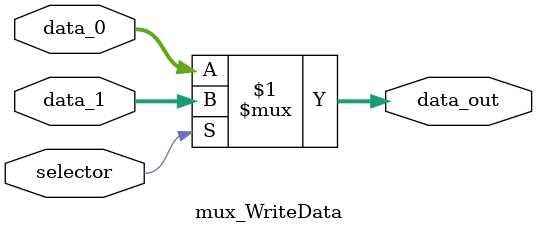
<source format=v>
module mux_WriteData(
    input wire selector,
    input wire [31:0] data_0,
    input wire [31:0] data_1,
    output wire [31:0] data_out
);

    assign data_out = (selector) ? data_1 : data_0; 

endmodule

</source>
